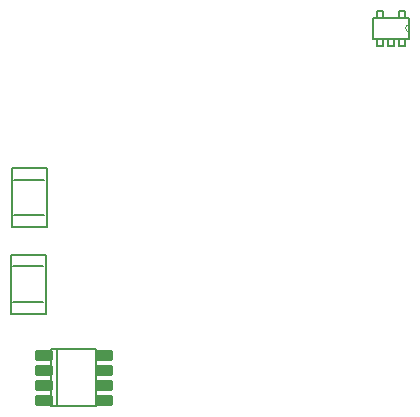
<source format=gbr>
G04 #@! TF.FileFunction,Drawing*
%FSLAX46Y46*%
G04 Gerber Fmt 4.6, Leading zero omitted, Abs format (unit mm)*
G04 Created by KiCad (PCBNEW 4.0.7) date 01/22/18 19:21:18*
%MOMM*%
%LPD*%
G01*
G04 APERTURE LIST*
%ADD10C,0.100000*%
%ADD11C,0.152400*%
%ADD12C,0.203200*%
%ADD13C,0.381000*%
%ADD14C,0.127000*%
G04 APERTURE END LIST*
D10*
D11*
X158200600Y-75293600D02*
X158200600Y-73566400D01*
X158200600Y-73566400D02*
X158556200Y-73566400D01*
X158556200Y-73566400D02*
X159038800Y-73566400D01*
X159038800Y-73566400D02*
X160461200Y-73566400D01*
X161299400Y-73566400D02*
X161299400Y-74125200D01*
X161299400Y-74125200D02*
X161299400Y-74734800D01*
X161299400Y-74734800D02*
X161299400Y-75293600D01*
X161299400Y-75293600D02*
X160943800Y-75293600D01*
X160943800Y-75293600D02*
X160461200Y-75293600D01*
X160461200Y-75293600D02*
X160004000Y-75293600D01*
X160004000Y-75293600D02*
X159496000Y-75293600D01*
X159496000Y-75293600D02*
X159038800Y-75293600D01*
X160943800Y-75293600D02*
X160943800Y-75928600D01*
X160943800Y-75928600D02*
X160461200Y-75928600D01*
X160461200Y-75928600D02*
X160461200Y-75293600D01*
X160004000Y-75293600D02*
X160004000Y-75928600D01*
X160004000Y-75928600D02*
X159496000Y-75928600D01*
X159496000Y-75928600D02*
X159496000Y-75293600D01*
X158200600Y-75293600D02*
X158556200Y-75293600D01*
X158556200Y-75293600D02*
X159038800Y-75293600D01*
X159038800Y-75293600D02*
X159038800Y-75928600D01*
X159038800Y-75928600D02*
X158556200Y-75928600D01*
X158556200Y-75928600D02*
X158556200Y-75293600D01*
X158556200Y-73566400D02*
X158556200Y-72931400D01*
X158556200Y-72931400D02*
X159038800Y-72931400D01*
X159038800Y-72931400D02*
X159038800Y-73566400D01*
X161299400Y-73566400D02*
X160943800Y-73566400D01*
X160943800Y-73566400D02*
X160461200Y-73566400D01*
X160461200Y-73566400D02*
X160461200Y-72931400D01*
X160461200Y-72931400D02*
X160943800Y-72931400D01*
X160943800Y-72931400D02*
X160943800Y-73566400D01*
D10*
X161299400Y-74125200D02*
G75*
G03X161299400Y-74734800I0J-304800D01*
G01*
D12*
X134800000Y-106395000D02*
X131500000Y-106395000D01*
X131500000Y-106395000D02*
X131000000Y-106395000D01*
X131000000Y-106395000D02*
X131000000Y-101595000D01*
X131000000Y-101595000D02*
X131500000Y-101595000D01*
X131500000Y-101595000D02*
X134800000Y-101595000D01*
X131500000Y-106395000D02*
X131500000Y-101595000D01*
X134800000Y-101595000D02*
X134800000Y-106395000D01*
D13*
G36*
X130900000Y-101837940D02*
X130900000Y-102335000D01*
X129789820Y-102335000D01*
X129789820Y-101837940D01*
X130900000Y-101837940D01*
G37*
X130900000Y-101837940D02*
X130900000Y-102335000D01*
X129789820Y-102335000D01*
X129789820Y-101837940D01*
X130900000Y-101837940D01*
G36*
X130900000Y-103113757D02*
X130900000Y-103605000D01*
X129795620Y-103605000D01*
X129795620Y-103113757D01*
X130900000Y-103113757D01*
G37*
X130900000Y-103113757D02*
X130900000Y-103605000D01*
X129795620Y-103605000D01*
X129795620Y-103113757D01*
X130900000Y-103113757D01*
G36*
X130900000Y-104385547D02*
X130900000Y-104875000D01*
X129795650Y-104875000D01*
X129795650Y-104385547D01*
X130900000Y-104385547D01*
G37*
X130900000Y-104385547D02*
X130900000Y-104875000D01*
X129795650Y-104875000D01*
X129795650Y-104385547D01*
X130900000Y-104385547D01*
G36*
X130900000Y-105660180D02*
X130900000Y-106145000D01*
X129790310Y-106145000D01*
X129790310Y-105660180D01*
X130900000Y-105660180D01*
G37*
X130900000Y-105660180D02*
X130900000Y-106145000D01*
X129790310Y-106145000D01*
X129790310Y-105660180D01*
X130900000Y-105660180D01*
G36*
X136000000Y-105660820D02*
X136000000Y-106145000D01*
X134907010Y-106145000D01*
X134907010Y-105660820D01*
X136000000Y-105660820D01*
G37*
X136000000Y-105660820D02*
X136000000Y-106145000D01*
X134907010Y-106145000D01*
X134907010Y-105660820D01*
X136000000Y-105660820D01*
G36*
X136000000Y-104385893D02*
X136000000Y-104875000D01*
X134904580Y-104875000D01*
X134904580Y-104385893D01*
X136000000Y-104385893D01*
G37*
X136000000Y-104385893D02*
X136000000Y-104875000D01*
X134904580Y-104875000D01*
X134904580Y-104385893D01*
X136000000Y-104385893D01*
G36*
X136000000Y-103113286D02*
X136000000Y-103605000D01*
X134903890Y-103605000D01*
X134903890Y-103113286D01*
X136000000Y-103113286D01*
G37*
X136000000Y-103113286D02*
X136000000Y-103605000D01*
X134903890Y-103605000D01*
X134903890Y-103113286D01*
X136000000Y-103113286D01*
G36*
X136000000Y-101842910D02*
X136000000Y-102335000D01*
X134901940Y-102335000D01*
X134901940Y-101842910D01*
X136000000Y-101842910D01*
G37*
X136000000Y-101842910D02*
X136000000Y-102335000D01*
X134901940Y-102335000D01*
X134901940Y-101842910D01*
X136000000Y-101842910D01*
D14*
X130260000Y-94590000D02*
X127760000Y-94590000D01*
X127760000Y-97590000D02*
X130260000Y-97590000D01*
X127560000Y-98590000D02*
X127560000Y-93590000D01*
X127560000Y-93590000D02*
X130510000Y-93590000D01*
X130510000Y-93590000D02*
X130510000Y-98590000D01*
X130510000Y-98590000D02*
X127560000Y-98590000D01*
X130350000Y-87250000D02*
X127850000Y-87250000D01*
X127850000Y-90250000D02*
X130350000Y-90250000D01*
X127650000Y-91250000D02*
X127650000Y-86250000D01*
X127650000Y-86250000D02*
X130600000Y-86250000D01*
X130600000Y-86250000D02*
X130600000Y-91250000D01*
X130600000Y-91250000D02*
X127650000Y-91250000D01*
M02*

</source>
